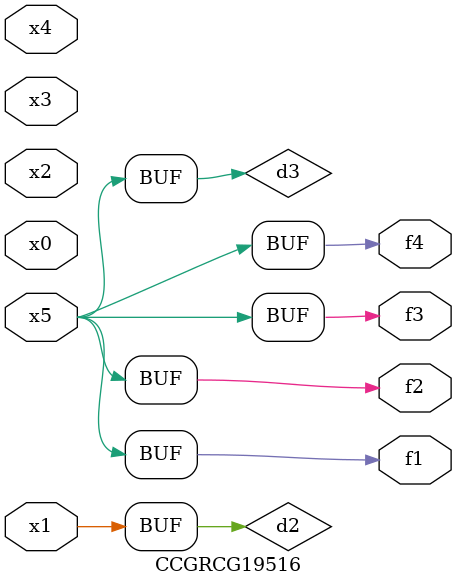
<source format=v>
module CCGRCG19516(
	input x0, x1, x2, x3, x4, x5,
	output f1, f2, f3, f4
);

	wire d1, d2, d3;

	not (d1, x5);
	or (d2, x1);
	xnor (d3, d1);
	assign f1 = d3;
	assign f2 = d3;
	assign f3 = d3;
	assign f4 = d3;
endmodule

</source>
